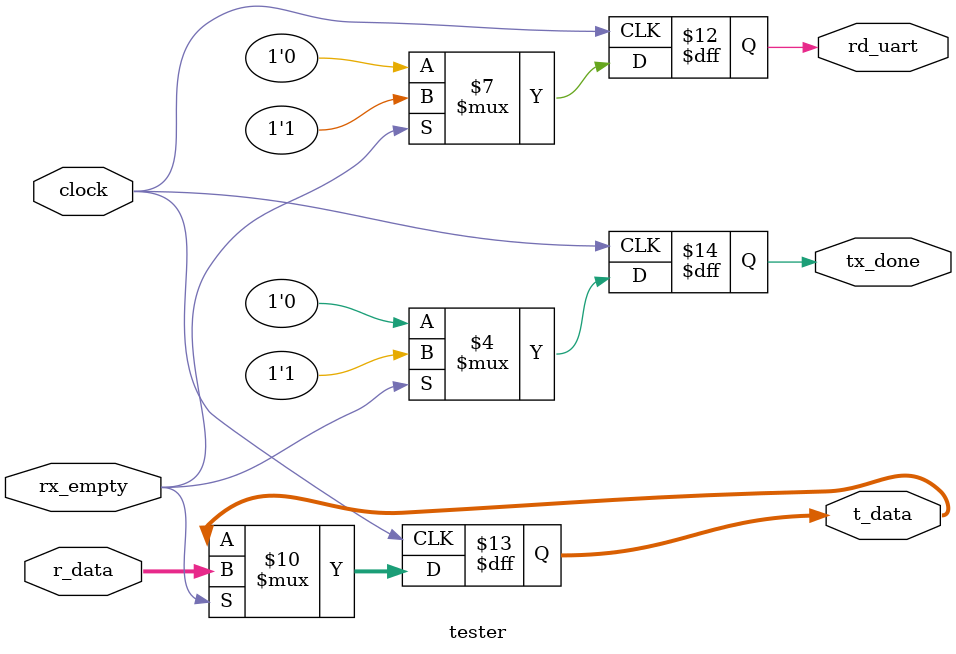
<source format=v>
`timescale 1ns / 1ps
module tester(
	 input clock,
    input [7:0] r_data,
    input rx_empty,
    output reg rd_uart,
    output reg [7:0] t_data,
    output reg tx_done
    );

initial
begin
rd_uart=0;
tx_done=0;

end

always@(posedge clock)

	if(rx_empty)
	begin
	t_data=r_data;
	rd_uart=1;
	tx_done=1;
	end
	else
	begin
	rd_uart=0;
	tx_done=0;
	end

endmodule

</source>
